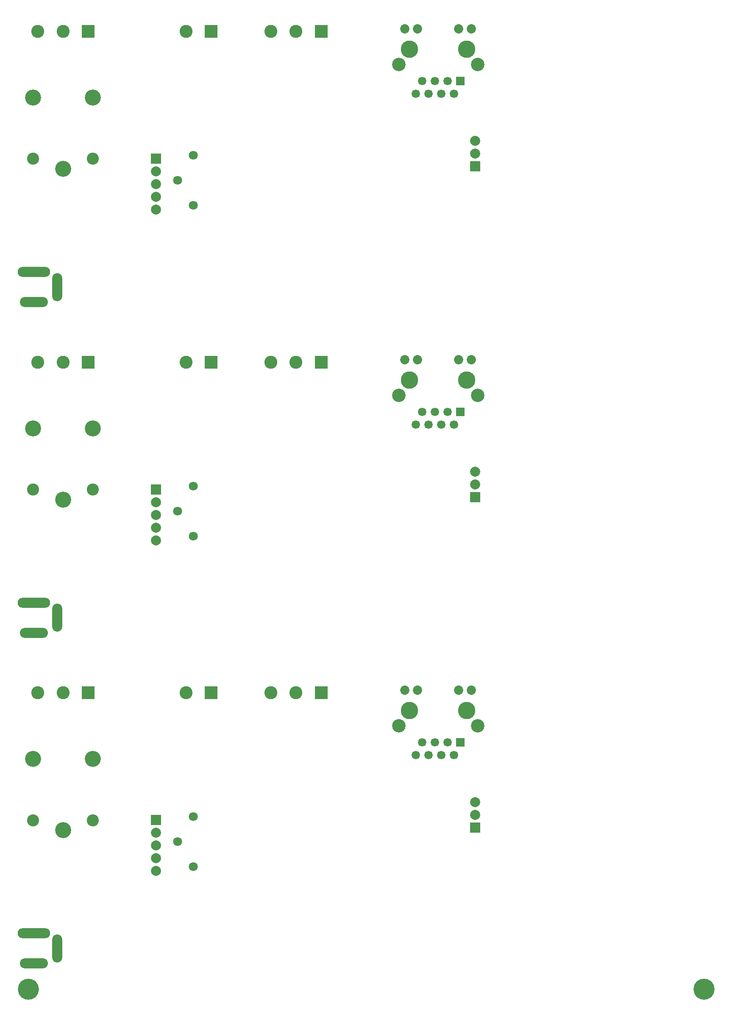
<source format=gbs>
G04*
G04 #@! TF.GenerationSoftware,Altium Limited,Altium Designer,22.11.1 (43)*
G04*
G04 Layer_Color=16711935*
%FSLAX26Y26*%
%MOIN*%
G70*
G04*
G04 #@! TF.SameCoordinates,8CEB45D0-7A21-4CFE-8FF0-22CDAA51B365*
G04*
G04*
G04 #@! TF.FilePolarity,Negative*
G04*
G01*
G75*
%ADD98C,0.165480*%
%ADD99O,0.256031X0.078866*%
%ADD100O,0.220598X0.078866*%
%ADD101O,0.078866X0.220598*%
%ADD102C,0.105441*%
%ADD103C,0.072961*%
%ADD104C,0.066189*%
%ADD105R,0.066189X0.066189*%
%ADD106C,0.136346*%
%ADD107C,0.070992*%
%ADD108R,0.102488X0.102488*%
%ADD109C,0.102488*%
%ADD110C,0.094614*%
%ADD111C,0.094614*%
%ADD112C,0.126110*%
%ADD113R,0.078866X0.078866*%
%ADD114C,0.078866*%
G54D98*
X5511811Y-127953D02*
D03*
X196850D02*
D03*
G54D99*
X240000Y310000D02*
D03*
Y2908425D02*
D03*
Y5506850D02*
D03*
G54D100*
Y73779D02*
D03*
Y2672205D02*
D03*
Y5270630D02*
D03*
G54D101*
X425039Y191890D02*
D03*
Y2790315D02*
D03*
Y5388740D02*
D03*
G54D102*
X3110000Y1940000D02*
D03*
X3730079D02*
D03*
X3110000Y4538425D02*
D03*
X3730079D02*
D03*
X3110000Y7136850D02*
D03*
X3730079D02*
D03*
G54D103*
X3159016Y2219921D02*
D03*
X3259016D02*
D03*
X3581063D02*
D03*
X3681063D02*
D03*
X3159016Y4818346D02*
D03*
X3259016D02*
D03*
X3581063D02*
D03*
X3681063D02*
D03*
X3159016Y7416772D02*
D03*
X3259016D02*
D03*
X3581063D02*
D03*
X3681063D02*
D03*
G54D104*
X3245039Y1710079D02*
D03*
X3295039Y1810079D02*
D03*
X3345039Y1710079D02*
D03*
X3395039Y1810079D02*
D03*
X3445039Y1710079D02*
D03*
X3495039Y1810079D02*
D03*
X3545039Y1710079D02*
D03*
X3245039Y4308504D02*
D03*
X3295039Y4408504D02*
D03*
X3345039Y4308504D02*
D03*
X3395039Y4408504D02*
D03*
X3445039Y4308504D02*
D03*
X3495039Y4408504D02*
D03*
X3545039Y4308504D02*
D03*
X3245039Y6906929D02*
D03*
X3295039Y7006929D02*
D03*
X3345039Y6906929D02*
D03*
X3395039Y7006929D02*
D03*
X3445039Y6906929D02*
D03*
X3495039Y7006929D02*
D03*
X3545039Y6906929D02*
D03*
G54D105*
X3595039Y1810079D02*
D03*
Y4408504D02*
D03*
Y7006929D02*
D03*
G54D106*
X3195039Y2060079D02*
D03*
X3645039D02*
D03*
X3195039Y4658504D02*
D03*
X3645039D02*
D03*
X3195039Y7256929D02*
D03*
X3645039D02*
D03*
G54D107*
X1370000Y1030000D02*
D03*
X1495984Y833150D02*
D03*
Y1226850D02*
D03*
X1370000Y3628425D02*
D03*
X1495984Y3431575D02*
D03*
Y3825276D02*
D03*
X1370000Y6226850D02*
D03*
X1495984Y6030000D02*
D03*
Y6423701D02*
D03*
G54D108*
X1633858Y2200000D02*
D03*
X2500000D02*
D03*
X666851D02*
D03*
X1633858Y4798425D02*
D03*
X2500000D02*
D03*
X666851D02*
D03*
X1633858Y7396850D02*
D03*
X2500000D02*
D03*
X666851D02*
D03*
G54D109*
X1437008Y2200000D02*
D03*
X2106299D02*
D03*
X2303150D02*
D03*
X470000D02*
D03*
X273150D02*
D03*
X1437008Y4798425D02*
D03*
X2106299D02*
D03*
X2303150D02*
D03*
X470000D02*
D03*
X273150D02*
D03*
X1437008Y7396850D02*
D03*
X2106299D02*
D03*
X2303150D02*
D03*
X470000D02*
D03*
X273150D02*
D03*
G54D110*
X233779Y1199213D02*
D03*
Y3797638D02*
D03*
Y6396064D02*
D03*
G54D111*
X706221Y1199213D02*
D03*
Y3797638D02*
D03*
Y6396064D02*
D03*
G54D112*
X233779Y1679527D02*
D03*
X706221D02*
D03*
X469999Y1120473D02*
D03*
X233779Y4277952D02*
D03*
X706221D02*
D03*
X469999Y3718898D02*
D03*
X233779Y6876378D02*
D03*
X706221D02*
D03*
X469999Y6317324D02*
D03*
G54D113*
X3710000Y1140000D02*
D03*
X1200000Y1200000D02*
D03*
X3710000Y3738425D02*
D03*
X1200000Y3798425D02*
D03*
X3710000Y6336850D02*
D03*
X1200000Y6396850D02*
D03*
G54D114*
X3710000Y1340000D02*
D03*
Y1240000D02*
D03*
X1200000Y800000D02*
D03*
Y900000D02*
D03*
Y1000000D02*
D03*
Y1100000D02*
D03*
X3710000Y3938425D02*
D03*
Y3838425D02*
D03*
X1200000Y3398425D02*
D03*
Y3498425D02*
D03*
Y3598425D02*
D03*
Y3698425D02*
D03*
X3710000Y6536850D02*
D03*
Y6436850D02*
D03*
X1200000Y5996850D02*
D03*
Y6096850D02*
D03*
Y6196850D02*
D03*
Y6296850D02*
D03*
M02*

</source>
